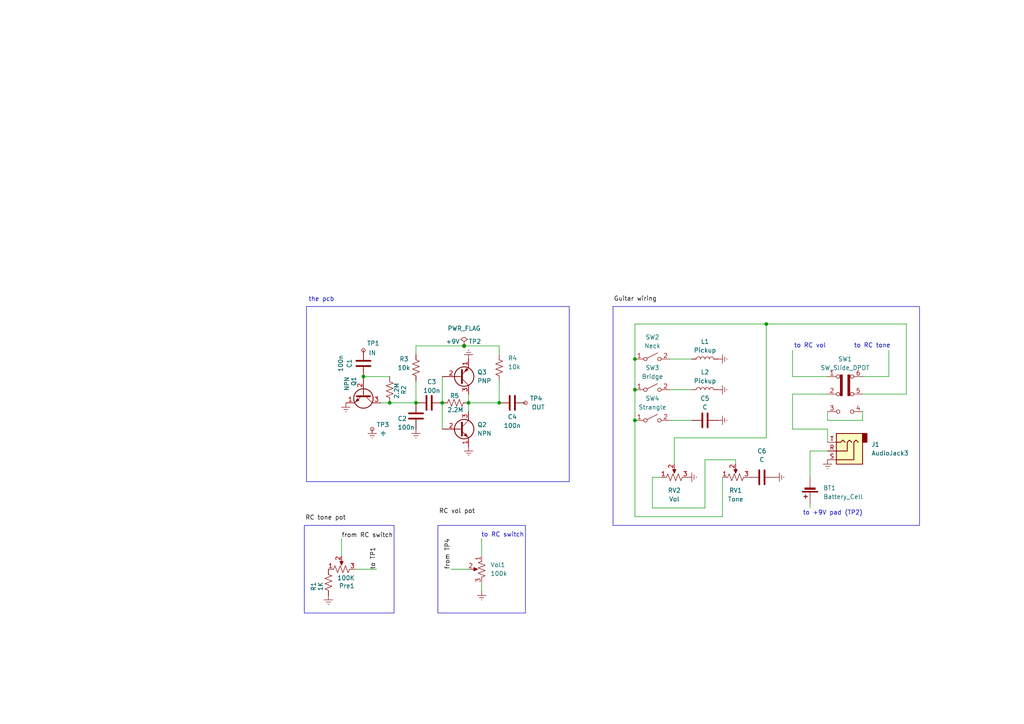
<source format=kicad_sch>
(kicad_sch (version 20231120) (generator "eeschema") (generator_version "8.0")
  (paper "A4")
  (title_block (title "devi ever hyperion on a very small pcb") (comment 1 "npn: mpsa18 pnp: 2n5087") (comment 2 "what if the hyperion was small enough to fit between the pots of a fender rhythm circuit 🥺👉👈"))
  (lib_symbols
    (symbol "Connector:TestPoint_Small" (pin_numbers hide) (pin_names (offset 0.762) hide)
      (property "Reference" "TP" (at 0 3.81 0))
      (property "Value" "TestPoint_Small" (at 0 2.032 0))
      (symbol "TestPoint_Small_0_1"
        (circle (center 0 0) (radius 0.508))
      )
      (symbol "TestPoint_Small_1_1"
        (pin passive line (at 0 0 90) (length 0) (name "1") (number "1"))
      )
    )
    (symbol "Connector_Audio:AudioJack3"
      (property "Reference" "J" (at 0 8.89 0))
      (property "Value" "AudioJack3" (at 0 6.35 0))
      (symbol "AudioJack3_0_1"
        (rectangle (start -5.08 -5.08) (end -6.35 -2.54) (stroke (width 0.254)) (fill (type outline)))
        (polyline (pts (xy 0 -2.54) (xy 0.635 -3.175) (xy 1.27 -2.54) (xy 2.54 -2.54)) (stroke (width 0.254)))
        (polyline (pts (xy -1.905 -2.54) (xy -1.27 -3.175) (xy -0.635 -2.54) (xy -0.635 0) (xy 2.54 0)) (stroke (width 0.254)))
        (polyline (pts (xy 2.54 2.54) (xy -2.54 2.54) (xy -2.54 -2.54) (xy -3.175 -3.175) (xy -3.81 -2.54)) (stroke (width 0.254)))
        (rectangle (start 2.54 3.81) (end -5.08 -5.08) (stroke (width 0.254)) (fill (type background)))
      )
      (symbol "AudioJack3_1_1"
        (pin passive line (at 5.08 0 180) (length 2.54) (name "~") (number "R"))
        (pin passive line (at 5.08 2.54 180) (length 2.54) (name "~") (number "S"))
        (pin passive line (at 5.08 -2.54 180) (length 2.54) (name "~") (number "T"))
      )
    )
    (symbol "Device:Battery_Cell" (pin_numbers hide) (pin_names (offset 0) hide)
      (property "Reference" "BT" (at 2.54 2.54 0))
      (property "Value" "Battery_Cell" (at 2.54 0 0))
      (symbol "Battery_Cell_0_1"
        (rectangle (start -2.286 1.778) (end 2.286 1.524) (fill (type outline)))
        (rectangle (start -1.524 1.016) (end 1.524 0.508) (fill (type outline)))
        (polyline (pts (xy 0 0.762) (xy 0 0)))
        (polyline (pts (xy 0 1.778) (xy 0 2.54)))
        (polyline (pts (xy 0.762 3.048) (xy 1.778 3.048)) (stroke (width 0.254)))
        (polyline (pts (xy 1.27 3.556) (xy 1.27 2.54)) (stroke (width 0.254)))
      )
      (symbol "Battery_Cell_1_1"
        (pin passive line (at 0 5.08 270) (length 2.54) (name "+") (number "1"))
        (pin passive line (at 0 -2.54 90) (length 2.54) (name "-") (number "2"))
      )
    )
    (symbol "Device:C" (pin_numbers hide) (pin_names (offset 0.254))
      (property "Reference" "C" (at 0.635 2.54 0))
      (property "Value" "C" (at 0.635 -2.54 0))
      (symbol "C_0_1"
        (polyline (pts (xy -2.032 -0.762) (xy 2.032 -0.762)) (stroke (width 0.508)))
        (polyline (pts (xy -2.032 0.762) (xy 2.032 0.762)) (stroke (width 0.508)))
      )
      (symbol "C_1_1"
        (pin passive line (at 0 3.81 270) (length 2.794) (name "~") (number "1"))
        (pin passive line (at 0 -3.81 90) (length 2.794) (name "~") (number "2"))
      )
    )
    (symbol "Device:L" (pin_numbers hide) (pin_names (offset 1.016) hide)
      (property "Reference" "L" (at -1.27 0 90))
      (property "Value" "L" (at 1.905 0 90))
      (symbol "L_0_1"
        (arc (start 0 -2.54) (mid 0.6323 -1.905) (end 0 -1.27))
        (arc (start 0 -1.27) (mid 0.6323 -0.635) (end 0 0))
        (arc (start 0 0) (mid 0.6323 0.635) (end 0 1.27))
        (arc (start 0 1.27) (mid 0.6323 1.905) (end 0 2.54))
      )
      (symbol "L_1_1"
        (pin passive line (at 0 3.81 270) (length 1.27) (name "1") (number "1"))
        (pin passive line (at 0 -3.81 90) (length 1.27) (name "2") (number "2"))
      )
    )
    (symbol "Device:R_Potentiometer_US" (pin_names (offset 1.016) hide)
      (property "Reference" "RV" (at -4.445 0 90))
      (property "Value" "R_Potentiometer_US" (at -2.54 0 90))
      (symbol "R_Potentiometer_US_0_1"
        (polyline (pts (xy 0 -2.286) (xy 0 -2.54)))
        (polyline (pts (xy 0 2.54) (xy 0 2.286)))
        (polyline (pts (xy 2.54 0) (xy 1.524 0)))
        (polyline (pts (xy 1.143 0) (xy 2.286 0.508) (xy 2.286 -0.508) (xy 1.143 0)) (fill (type outline)))
        (polyline (pts (xy 0 -0.762) (xy 1.016 -1.143) (xy 0 -1.524) (xy -1.016 -1.905) (xy 0 -2.286)))
        (polyline (pts (xy 0 0.762) (xy 1.016 0.381) (xy 0 0) (xy -1.016 -0.381) (xy 0 -0.762)))
        (polyline (pts (xy 0 2.286) (xy 1.016 1.905) (xy 0 1.524) (xy -1.016 1.143) (xy 0 0.762)))
      )
      (symbol "R_Potentiometer_US_1_1"
        (pin passive line (at 0 3.81 270) (length 1.27) (name "1") (number "1"))
        (pin passive line (at 3.81 0 180) (length 1.27) (name "2") (number "2"))
        (pin passive line (at 0 -3.81 90) (length 1.27) (name "3") (number "3"))
      )
    )
    (symbol "Device:R_US" (pin_numbers hide) (pin_names (offset 0))
      (property "Reference" "R" (at 2.54 0 90))
      (property "Value" "R_US" (at -2.54 0 90))
      (symbol "R_US_0_1"
        (polyline (pts (xy 0 -2.286) (xy 0 -2.54)))
        (polyline (pts (xy 0 2.286) (xy 0 2.54)))
        (polyline (pts (xy 0 -0.762) (xy 1.016 -1.143) (xy 0 -1.524) (xy -1.016 -1.905) (xy 0 -2.286)))
        (polyline (pts (xy 0 0.762) (xy 1.016 0.381) (xy 0 0) (xy -1.016 -0.381) (xy 0 -0.762)))
        (polyline (pts (xy 0 2.286) (xy 1.016 1.905) (xy 0 1.524) (xy -1.016 1.143) (xy 0 0.762)))
      )
      (symbol "R_US_1_1"
        (pin passive line (at 0 3.81 270) (length 1.27) (name "~") (number "1"))
        (pin passive line (at 0 -3.81 90) (length 1.27) (name "~") (number "2"))
      )
    )
    (symbol "Switch:SW_SPST" (pin_names (offset 0) hide)
      (property "Reference" "SW" (at 0 3.175 0))
      (property "Value" "SW_SPST" (at 0 -2.54 0))
      (symbol "SW_SPST_0_0"
        (circle (center -2.032 0) (radius 0.508))
        (polyline (pts (xy -1.524 0.254) (xy 1.524 1.778)))
        (circle (center 2.032 0) (radius 0.508))
      )
      (symbol "SW_SPST_1_1"
        (pin passive line (at -5.08 0 0) (length 2.54) (name "A") (number "1"))
        (pin passive line (at 5.08 0 180) (length 2.54) (name "B") (number "2"))
      )
    )
    (symbol "Switch:SW_Slide_DPDT" (pin_names (offset 0) hide)
      (property "Reference" "SW" (at 0 6.858 0))
      (property "Value" "SW_Slide_DPDT" (at 0 -8.128 0))
      (symbol "SW_Slide_DPDT_0_0"
        (circle (center -2.032 -5.08) (radius 0.508))
        (circle (center -2.032 5.08) (radius 0.508))
        (circle (center 2.032 -5.08) (radius 0.508))
        (circle (center 2.032 0) (radius 0.508))
      )
      (symbol "SW_Slide_DPDT_0_1"
        (circle (center -2.032 0) (radius 0.508))
        (circle (center 2.032 5.08) (radius 0.508))
      )
      (symbol "SW_Slide_DPDT_1_1"
        (rectangle (start -1.397 5.588) (end -0.762 -0.508) (fill (type outline)))
        (rectangle (start 0.762 5.588) (end 1.397 -0.508) (fill (type outline)))
        (pin passive line (at -5.08 5.08 0) (length 2.54) (name "A") (number "1"))
        (pin passive line (at -5.08 0 0) (length 2.54) (name "B") (number "2"))
        (pin passive line (at -5.08 -5.08 0) (length 2.54) (name "C") (number "3"))
        (pin passive line (at 5.08 -5.08 180) (length 2.54) (name "A") (number "4"))
        (pin passive line (at 5.08 0 180) (length 2.54) (name "B") (number "5"))
        (pin passive line (at 5.08 5.08 180) (length 2.54) (name "C") (number "6"))
      )
    )
    (symbol "Transistor_BJT:MPSA42" (pin_names (offset 1.016) hide)
      (property "Reference" "Q" (at 5.08 1.905 0))
      (property "Value" "MPSA42" (at 5.08 0 0))
      (symbol "MPSA42_0_1"
        (polyline (pts (xy 0 0) (xy 0.635 0)))
        (polyline (pts (xy 0.635 0.635) (xy 2.54 2.54)))
        (polyline (pts (xy 0.635 -0.635) (xy 2.54 -2.54) (xy 2.54 -2.54)))
        (polyline (pts (xy 0.635 1.905) (xy 0.635 -1.905) (xy 0.635 -1.905)) (stroke (width 0.508)))
        (polyline (pts (xy 1.27 -1.778) (xy 1.778 -1.27) (xy 2.286 -2.286) (xy 1.27 -1.778) (xy 1.27 -1.778)) (fill (type outline)))
        (circle (center 1.27 0) (radius 2.8194) (stroke (width 0.254)))
      )
      (symbol "MPSA42_1_1"
        (pin passive line (at 2.54 -5.08 90) (length 2.54) (name "E") (number "1"))
        (pin input line (at -5.08 0 0) (length 5.08) (name "B") (number "2"))
        (pin passive line (at 2.54 5.08 270) (length 2.54) (name "C") (number "3"))
      )
    )
    (symbol "Transistor_BJT:MPSA92" (pin_names (offset 1.016) hide)
      (property "Reference" "Q" (at 5.08 1.905 0))
      (property "Value" "MPSA92" (at 5.08 0 0))
      (symbol "MPSA92_0_1"
        (polyline (pts (xy 0 0) (xy 0.635 0)))
        (polyline (pts (xy 2.54 -2.54) (xy 0.635 -0.635)))
        (polyline (pts (xy 2.54 2.54) (xy 0.635 0.635)))
        (polyline (pts (xy 0.635 1.905) (xy 0.635 -1.905) (xy 0.635 -1.905)) (stroke (width 0.508)) (fill (type outline)))
        (polyline (pts (xy 1.905 -2.413) (xy 2.413 -1.905) (xy 1.397 -1.397) (xy 1.905 -2.413) (xy 1.905 -2.413)) (fill (type outline)))
        (circle (center 1.27 0) (radius 2.8194) (stroke (width 0.254)))
      )
      (symbol "MPSA92_1_1"
        (pin passive line (at 2.54 -5.08 90) (length 2.54) (name "E") (number "1"))
        (pin input line (at -5.08 0 0) (length 5.08) (name "B") (number "2"))
        (pin passive line (at 2.54 5.08 270) (length 2.54) (name "C") (number "3"))
      )
    )
    (symbol "power:Earth" (power) (pin_numbers hide) (pin_names (offset 0) hide)
      (property "Value" "Earth" (at 0 -3.81 0))
      (symbol "Earth_0_1"
        (polyline (pts (xy -0.635 -1.905) (xy 0.635 -1.905)))
        (polyline (pts (xy -0.127 -2.54) (xy 0.127 -2.54)))
        (polyline (pts (xy 0 -1.27) (xy 0 0)))
        (polyline (pts (xy 1.27 -1.27) (xy -1.27 -1.27)))
      )
      (symbol "Earth_1_1"
        (pin power_in line (at 0 0 270) (length 0) (name "~") (number "1"))
      )
    )
    (symbol "power:PWR_FLAG" (power) (pin_numbers hide) (pin_names (offset 0) hide)
      (property "Value" "PWR_FLAG" (at 0 3.81 0))
      (symbol "PWR_FLAG_0_0"
        (pin power_out line (at 0 0 90) (length 0) (name "~") (number "1"))
      )
      (symbol "PWR_FLAG_0_1"
        (polyline (pts (xy 0 0) (xy 0 1.27) (xy -1.016 1.905) (xy 0 2.54) (xy 1.016 1.905) (xy 0 1.27)))
      )
    )
  )
  (junction (at 105.41 109.22))
  (junction (at 144.78 116.84))
  (junction (at 222.25 93.98))
  (junction (at 184.15 121.92))
  (junction (at 120.65 116.84))
  (junction (at 184.15 113.03))
  (junction (at 135.89 116.84))
  (junction (at 128.27 116.84))
  (junction (at 184.15 104.14))
  (junction (at 134.62 100.33))
  (junction (at 113.03 116.84))
  (wire (pts (xy 222.25 93.98) (xy 184.15 93.98)))
  (wire (pts (xy 229.87 124.46) (xy 229.87 114.3)))
  (wire (pts (xy 234.95 146.05) (xy 234.95 147.32)))
  (wire (pts (xy 144.78 100.33) (xy 144.78 102.87)))
  (wire (pts (xy 139.7 168.91) (xy 139.7 171.45)))
  (wire (pts (xy 229.87 114.3) (xy 240.03 114.3)))
  (wire (pts (xy 195.58 127) (xy 222.25 127)))
  (wire (pts (xy 209.55 149.86) (xy 184.15 149.86)))
  (wire (pts (xy 128.27 124.46) (xy 128.27 116.84)))
  (wire (pts (xy 262.89 114.3) (xy 262.89 93.98)))
  (wire (pts (xy 234.95 138.43) (xy 234.95 130.81)))
  (wire (pts (xy 240.03 124.46) (xy 240.03 128.27)))
  (wire (pts (xy 105.41 109.22) (xy 113.03 109.22)))
  (wire (pts (xy 240.03 109.22) (xy 229.87 109.22)))
  (wire (pts (xy 213.36 133.35) (xy 213.36 134.62)))
  (wire (pts (xy 113.03 116.84) (xy 120.65 116.84)))
  (wire (pts (xy 250.19 114.3) (xy 262.89 114.3)))
  (wire (pts (xy 200.66 113.03) (xy 194.31 113.03)))
  (wire (pts (xy 144.78 100.33) (xy 134.62 100.33)))
  (wire (pts (xy 257.81 101.6) (xy 257.81 109.22)))
  (wire (pts (xy 200.66 104.14) (xy 194.31 104.14)))
  (wire (pts (xy 139.7 156.21) (xy 139.7 161.29)))
  (wire (pts (xy 120.65 100.33) (xy 120.65 102.87)))
  (wire (pts (xy 234.95 130.81) (xy 240.03 130.81)))
  (wire (pts (xy 134.62 100.33) (xy 120.65 100.33)))
  (wire (pts (xy 240.03 119.38) (xy 240.03 121.92)))
  (wire (pts (xy 128.27 116.84) (xy 128.27 109.22)))
  (wire (pts (xy 110.49 116.84) (xy 113.03 116.84)))
  (wire (pts (xy 135.89 119.38) (xy 135.89 116.84)))
  (wire (pts (xy 109.22 165.1) (xy 102.87 165.1)))
  (wire (pts (xy 135.89 116.84) (xy 144.78 116.84)))
  (wire (pts (xy 99.06 156.21) (xy 99.06 161.29)))
  (wire (pts (xy 250.19 121.92) (xy 240.03 121.92)))
  (wire (pts (xy 262.89 93.98) (xy 222.25 93.98)))
  (wire (pts (xy 250.19 109.22) (xy 257.81 109.22)))
  (wire (pts (xy 195.58 134.62) (xy 195.58 127)))
  (wire (pts (xy 184.15 104.14) (xy 184.15 113.03)))
  (wire (pts (xy 204.47 147.32) (xy 204.47 133.35)))
  (wire (pts (xy 209.55 149.86) (xy 209.55 138.43)))
  (wire (pts (xy 184.15 93.98) (xy 184.15 104.14)))
  (wire (pts (xy 191.77 138.43) (xy 189.23 138.43)))
  (wire (pts (xy 189.23 138.43) (xy 189.23 147.32)))
  (wire (pts (xy 135.89 114.3) (xy 135.89 116.84)))
  (wire (pts (xy 130.81 165.1) (xy 135.89 165.1)))
  (wire (pts (xy 120.65 110.49) (xy 120.65 116.84)))
  (wire (pts (xy 184.15 113.03) (xy 184.15 121.92)))
  (wire (pts (xy 250.19 119.38) (xy 250.19 121.92)))
  (wire (pts (xy 144.78 110.49) (xy 144.78 116.84)))
  (wire (pts (xy 189.23 147.32) (xy 204.47 147.32)))
  (wire (pts (xy 229.87 124.46) (xy 240.03 124.46)))
  (wire (pts (xy 200.66 121.92) (xy 194.31 121.92)))
  (wire (pts (xy 222.25 93.98) (xy 222.25 127)))
  (wire (pts (xy 204.47 133.35) (xy 213.36 133.35)))
  (wire (pts (xy 229.87 101.6) (xy 229.87 109.22)))
  (wire (pts (xy 184.15 149.86) (xy 184.15 121.92)))
  (rectangle (start 127 152.4) (end 152.4 177.8))
  (rectangle (start 88.265 152.4) (end 114.3 177.8))
  (rectangle (start 177.8 88.9) (end 266.7 152.4))
  (rectangle (start 88.9 88.9) (end 165.1 139.7))
  (text "to RC vol" (at 234.95 100.33 0) (effects (font (size 1.27 1.27))))
  (text "to +9V pad (TP2)" (at 241.554 148.844 0) (effects (font (size 1.27 1.27))))
  (text "to RC switch" (at 145.796 155.194 0) (effects (font (size 1.27 1.27))))
  (text "the pcb" (at 93.218 86.868 0) (effects (font (size 1.27 1.27))))
  (text "to RC tone\n" (at 252.984 100.33 0) (effects (font (size 1.27 1.27))))
  (label "RC tone pot" (at 100.33 151.13 180))
  (label "to TP1" (at 109.22 165.1 90))
  (label "from TP4" (at 130.81 165.1 90))
  (label "RC vol pot" (at 137.795 149.225 180))
  (label "from RC switch" (at 99.06 156.21 0))
  (label "Guitar wiring" (at 190.5 87.63 180))
  (symbol (lib_id "power:Earth") (at 139.7 171.45 0) (unit 1)
    (property "Reference" "#PWR02" (effects (hide yes)))
    (property "Value" "Earth" (effects (hide yes)))
    (property "Description" "Power symbol creates a global label with name \"Earth\"" (effects (hide yes)))
  )
  (symbol (lib_id "Device:C") (at 204.47 121.92 90) (unit 1) (in_bom no) (on_board no)
    (property "Reference" "C5" (at 204.47 115.57 90))
    (property "Value" "C" (at 204.47 118.11 90))
    (property "Description" "Unpolarized capacitor" (effects (hide yes)))
  )
  (symbol (lib_id "power:Earth") (at 120.65 124.46 0) (unit 1)
    (property "Reference" "#PWR09" (effects (hide yes)))
    (property "Value" "Earth" (effects (hide yes)))
    (property "Description" "Power symbol creates a global label with name \"Earth\"" (effects (hide yes)))
  )
  (symbol (lib_id "Device:R_Potentiometer_US") (at 139.7 165.1 0) (mirror y) (unit 1) (on_board no)
    (property "Reference" "Vol1" (at 142.24 163.8299 0) (effects (justify right)))
    (property "Value" "100k" (at 142.24 166.3699 0) (effects (justify right)))
    (property "Description" "Potentiometer, US symbol" (effects (hide yes)))
  )
  (symbol (lib_id "Device:R_US") (at 95.25 168.91 0) (unit 1) (on_board no)
    (property "Reference" "R1" (at 90.932 171.45 90) (effects (justify left)))
    (property "Value" "1K" (at 92.964 171.45 90) (effects (justify left)))
    (property "Footprint" "Resistor_SMD:R_1210_3225Metric_Pad1.30x2.65mm_HandSolder" (effects (hide yes)))
    (property "Description" "Resistor, US symbol" (effects (hide yes)))
  )
  (symbol (lib_id "power:Earth") (at 208.28 121.92 90) (unit 1)
    (property "Reference" "#PWR07" (effects (hide yes)))
    (property "Value" "Earth" (effects (hide yes)))
    (property "Description" "Power symbol creates a global label with name \"Earth\"" (effects (hide yes)))
  )
  (symbol (lib_id "Device:Battery_Cell") (at 234.95 140.97 180) (unit 1) (in_bom no) (on_board no)
    (property "Reference" "BT1" (at 238.76 141.5414 0) (effects (justify right)))
    (property "Value" "Battery_Cell" (at 238.76 144.0814 0) (effects (justify right)))
    (property "Description" "Single-cell battery" (effects (hide yes)))
  )
  (symbol (lib_id "Device:R_US") (at 120.65 106.68 180) (unit 1)
    (property "Reference" "R3" (at 115.824 104.14 0) (effects (justify right)))
    (property "Value" "10k" (at 115.316 106.68 0) (effects (justify right)))
    (property "Footprint" "Resistor_SMD:R_1206_3216Metric_Pad1.30x1.75mm_HandSolder" (effects (hide yes)))
    (property "Description" "Resistor, US symbol" (effects (hide yes)))
  )
  (symbol (lib_id "power:Earth") (at 199.39 138.43 90) (unit 1)
    (property "Reference" "#PWR05" (effects (hide yes)))
    (property "Value" "Earth" (effects (hide yes)))
    (property "Description" "Power symbol creates a global label with name \"Earth\"" (effects (hide yes)))
  )
  (symbol (lib_id "power:Earth") (at 135.89 129.54 0) (unit 1)
    (property "Reference" "#PWR011" (effects (hide yes)))
    (property "Value" "Earth" (effects (hide yes)))
    (property "Description" "Power symbol creates a global label with name \"Earth\"" (effects (hide yes)))
  )
  (symbol (lib_id "Device:C") (at 105.41 105.41 0) (unit 1)
    (property "Reference" "C1" (at 101.346 105.41 90))
    (property "Value" "100n" (at 98.806 105.41 90))
    (property "Footprint" "Capacitor_SMD:C_1206_3216Metric_Pad1.33x1.80mm_HandSolder" (effects (hide yes)))
    (property "Description" "Unpolarized capacitor" (effects (hide yes)))
  )
  (symbol (lib_id "Device:R_US") (at 144.78 106.68 180) (unit 1)
    (property "Reference" "R4" (at 147.32 103.886 0) (effects (justify right)))
    (property "Value" "10k" (at 147.32 106.426 0) (effects (justify right)))
    (property "Footprint" "Resistor_SMD:R_1206_3216Metric_Pad1.30x1.75mm_HandSolder" (effects (hide yes)))
    (property "Description" "Resistor, US symbol" (effects (hide yes)))
  )
  (symbol (lib_id "Connector:TestPoint_Small") (at 134.62 100.33 0) (unit 1)
    (property "Reference" "TP2" (at 135.89 99.0599 0) (effects (justify left)))
    (property "Value" "+9V" (at 129.286 99.06 0) (effects (justify left)))
    (property "Footprint" "TestPoint:TestPoint_THTPad_D2.5mm_Drill1.2mm" (effects (hide yes)))
    (property "Description" "test point" (effects (hide yes)))
  )
  (symbol (lib_id "power:Earth") (at 224.79 138.43 90) (unit 1)
    (property "Reference" "#PWR04" (effects (hide yes)))
    (property "Value" "Earth" (effects (hide yes)))
    (property "Description" "Power symbol creates a global label with name \"Earth\"" (effects (hide yes)))
  )
  (symbol (lib_id "Device:R_US") (at 132.08 116.84 270) (unit 1)
    (property "Reference" "R5" (at 131.826 114.808 90))
    (property "Value" "2.2M" (at 132.08 118.872 90))
    (property "Footprint" "Resistor_SMD:R_1206_3216Metric_Pad1.30x1.75mm_HandSolder" (effects (hide yes)))
    (property "Description" "Resistor, US symbol" (effects (hide yes)))
  )
  (symbol (lib_id "Device:R_US") (at 113.03 113.03 180) (unit 1)
    (property "Reference" "R2" (at 117.094 111.76 90) (effects (justify left)))
    (property "Value" "2.2M" (at 115.062 110.998 90) (effects (justify left)))
    (property "Footprint" "Resistor_SMD:R_1206_3216Metric_Pad1.30x1.75mm_HandSolder" (effects (hide yes)))
    (property "Description" "Resistor, US symbol" (effects (hide yes)))
  )
  (symbol (lib_id "Transistor_BJT:MPSA42") (at 133.35 124.46 0) (unit 1)
    (property "Reference" "Q2" (at 138.43 123.1899 0) (effects (justify left)))
    (property "Value" "NPN" (at 138.43 125.7299 0) (effects (justify left)))
    (property "Footprint" "Package_TO_SOT_THT:TO-92_Inline_Wide" (effects (hide yes)))
    (property "Datasheet" "http://www.onsemi.com/pub_link/Collateral/MPSA42-D.PDF" (effects (hide yes)))
    (property "Description" "0.5A Ic, 300V Vce, NPN High Voltage Transistor, TO-92" (effects (hide yes)))
  )
  (symbol (lib_id "power:Earth") (at 208.28 104.14 90) (unit 1)
    (property "Reference" "#PWR013" (effects (hide yes)))
    (property "Value" "Earth" (effects (hide yes)))
    (property "Description" "Power symbol creates a global label with name \"Earth\"" (effects (hide yes)))
  )
  (symbol (lib_id "Device:R_Potentiometer_US") (at 99.06 165.1 90) (unit 1) (on_board no)
    (property "Reference" "Pre1" (at 98.298 169.926 90) (effects (justify right)))
    (property "Value" "100K" (at 97.7901 167.64 90) (effects (justify right)))
    (property "Description" "Potentiometer, US symbol" (effects (hide yes)))
  )
  (symbol (lib_id "power:Earth") (at 107.95 124.46 0) (unit 1)
    (property "Reference" "#PWR08" (effects (hide yes)))
    (property "Value" "Earth" (effects (hide yes)))
    (property "Description" "Power symbol creates a global label with name \"Earth\"" (effects (hide yes)))
  )
  (symbol (lib_id "power:PWR_FLAG") (at 134.62 100.33 0) (unit 1)
    (property "Reference" "#FLG01" (effects (hide yes)))
    (property "Value" "PWR_FLAG" (at 134.62 95.25 0))
    (property "Description" "Special symbol for telling ERC where power comes from" (effects (hide yes)))
  )
  (symbol (lib_id "Transistor_BJT:MPSA42") (at 105.41 114.3 270) (unit 1)
    (property "Reference" "Q1" (at 102.616 109.22 0) (effects (justify left)))
    (property "Value" "NPN" (at 100.584 109.22 0) (effects (justify left)))
    (property "Footprint" "Package_TO_SOT_THT:TO-92_Inline_Wide" (effects (hide yes)))
    (property "Datasheet" "http://www.onsemi.com/pub_link/Collateral/MPSA42-D.PDF" (effects (hide yes)))
    (property "Description" "0.5A Ic, 300V Vce, NPN High Voltage Transistor, TO-92" (effects (hide yes)))
  )
  (symbol (lib_id "Connector:TestPoint_Small") (at 107.95 124.46 0) (unit 1)
    (property "Reference" "TP3" (at 109.22 123.1899 0) (effects (justify left)))
    (property "Value" "⏚" (at 110.236 125.73 0) (effects (justify left)))
    (property "Footprint" "TestPoint:TestPoint_THTPad_2.5x2.5mm_Drill1.2mm" (effects (hide yes)))
    (property "Description" "test point" (effects (hide yes)))
  )
  (symbol (lib_id "Connector:TestPoint_Small") (at 152.4 116.84 0) (unit 1)
    (property "Reference" "TP4" (at 153.67 115.5699 0) (effects (justify left)))
    (property "Value" "OUT" (at 154.178 118.11 0) (effects (justify left)))
    (property "Footprint" "TestPoint:TestPoint_THTPad_D2.5mm_Drill1.2mm" (effects (hide yes)))
    (property "Description" "test point" (effects (hide yes)))
  )
  (symbol (lib_id "Device:L") (at 204.47 104.14 90) (unit 1) (in_bom no) (on_board no)
    (property "Reference" "L1" (at 204.47 99.06 90))
    (property "Value" "Pickup" (at 204.47 101.6 90))
    (property "Description" "Inductor" (effects (hide yes)))
  )
  (symbol (lib_id "power:Earth") (at 208.28 113.03 90) (unit 1)
    (property "Reference" "#PWR012" (effects (hide yes)))
    (property "Value" "Earth" (effects (hide yes)))
    (property "Description" "Power symbol creates a global label with name \"Earth\"" (effects (hide yes)))
  )
  (symbol (lib_id "Connector_Audio:AudioJack3") (at 245.11 130.81 180) (unit 1) (in_bom no) (on_board no)
    (property "Reference" "J1" (at 252.73 128.9049 0) (effects (justify right)))
    (property "Value" "AudioJack3" (at 252.73 131.4449 0) (effects (justify right)))
    (property "Description" "Audio Jack, 3 Poles (Stereo / TRS)" (effects (hide yes)))
  )
  (symbol (lib_id "power:Earth") (at 240.03 133.35 0) (unit 1)
    (property "Reference" "#PWR03" (effects (hide yes)))
    (property "Value" "Earth" (effects (hide yes)))
    (property "Description" "Power symbol creates a global label with name \"Earth\"" (effects (hide yes)))
  )
  (symbol (lib_id "Device:R_Potentiometer_US") (at 195.58 138.43 90) (unit 1) (in_bom no) (on_board no)
    (property "Reference" "RV2" (at 195.58 142.24 90))
    (property "Value" "Vol" (at 195.58 144.78 90))
    (property "Description" "Potentiometer, US symbol" (effects (hide yes)))
  )
  (symbol (lib_id "Device:R_Potentiometer_US") (at 213.36 138.43 90) (unit 1) (in_bom no) (on_board no)
    (property "Reference" "RV1" (at 213.36 142.24 90))
    (property "Value" "Tone" (at 213.36 144.78 90))
    (property "Description" "Potentiometer, US symbol" (effects (hide yes)))
  )
  (symbol (lib_id "Switch:SW_SPST") (at 189.23 121.92 0) (unit 1) (in_bom no) (on_board no)
    (property "Reference" "SW4" (at 189.23 115.57 0))
    (property "Value" "Strangle" (at 189.23 118.11 0))
    (property "Description" "Single Pole Single Throw (SPST) switch" (effects (hide yes)))
  )
  (symbol (lib_id "power:Earth") (at 100.33 116.84 0) (unit 1)
    (property "Reference" "#PWR010" (effects (hide yes)))
    (property "Value" "Earth" (effects (hide yes)))
    (property "Description" "Power symbol creates a global label with name \"Earth\"" (effects (hide yes)))
  )
  (symbol (lib_id "Switch:SW_SPST") (at 189.23 113.03 0) (unit 1) (in_bom no) (on_board no)
    (property "Reference" "SW3" (at 189.23 106.68 0))
    (property "Value" "Bridge" (at 189.23 109.22 0))
    (property "Description" "Single Pole Single Throw (SPST) switch" (effects (hide yes)))
  )
  (symbol (lib_id "Transistor_BJT:MPSA92") (at 133.35 109.22 0) (mirror x) (unit 1)
    (property "Reference" "Q3" (at 138.43 107.9499 0) (effects (justify left)))
    (property "Value" "PNP" (at 138.43 110.4899 0) (effects (justify left)))
    (property "Footprint" "Package_TO_SOT_THT:TO-92_Inline_Wide" (effects (hide yes)))
    (property "Datasheet" "http://www.onsemi.com/pub_link/Collateral/MPSA92-D.PDF" (effects (hide yes)))
    (property "Description" "0.5A Ic, 300V Vce, PNP High Voltage Transistor, TO-92" (effects (hide yes)))
  )
  (symbol (lib_id "Device:C") (at 220.98 138.43 90) (unit 1) (in_bom no) (on_board no)
    (property "Reference" "C6" (at 220.98 130.81 90))
    (property "Value" "C" (at 220.98 133.35 90))
    (property "Description" "Unpolarized capacitor" (effects (hide yes)))
  )
  (symbol (lib_id "Switch:SW_SPST") (at 189.23 104.14 0) (unit 1) (in_bom no) (on_board no)
    (property "Reference" "SW2" (at 189.23 97.79 0))
    (property "Value" "Neck" (at 189.23 100.33 0))
    (property "Description" "Single Pole Single Throw (SPST) switch" (effects (hide yes)))
  )
  (symbol (lib_id "power:Earth") (at 95.25 172.72 0) (unit 1)
    (property "Reference" "#PWR01" (effects (hide yes)))
    (property "Value" "Earth" (effects (hide yes)))
    (property "Description" "Power symbol creates a global label with name \"Earth\"" (effects (hide yes)))
  )
  (symbol (lib_id "Device:C") (at 120.65 120.65 0) (unit 1)
    (property "Reference" "C2" (at 115.316 121.412 0) (effects (justify left)))
    (property "Value" "100n" (at 115.316 123.952 0) (effects (justify left)))
    (property "Footprint" "Capacitor_SMD:C_1206_3216Metric_Pad1.33x1.80mm_HandSolder" (effects (hide yes)))
    (property "Description" "Unpolarized capacitor" (effects (hide yes)))
  )
  (symbol (lib_id "power:Earth") (at 135.89 104.14 180) (unit 1)
    (property "Reference" "#PWR06" (effects (hide yes)))
    (property "Value" "Earth" (effects (hide yes)))
    (property "Description" "Power symbol creates a global label with name \"Earth\"" (effects (hide yes)))
  )
  (symbol (lib_id "Device:L") (at 204.47 113.03 90) (unit 1) (in_bom no) (on_board no)
    (property "Reference" "L2" (at 204.47 107.95 90))
    (property "Value" "Pickup" (at 204.47 110.49 90))
    (property "Description" "Inductor" (effects (hide yes)))
  )
  (symbol (lib_id "Device:C") (at 124.46 116.84 90) (unit 1)
    (property "Reference" "C3" (at 125.222 110.744 90))
    (property "Value" "100n" (at 125.222 113.284 90))
    (property "Footprint" "Capacitor_SMD:C_1206_3216Metric_Pad1.33x1.80mm_HandSolder" (effects (hide yes)))
    (property "Description" "Unpolarized capacitor" (effects (hide yes)))
  )
  (symbol (lib_id "Connector:TestPoint_Small") (at 105.41 101.6 0) (unit 1)
    (property "Reference" "TP1" (at 106.426 99.568 0) (effects (justify left)))
    (property "Value" "IN" (at 106.934 102.362 0) (effects (justify left)))
    (property "Footprint" "TestPoint:TestPoint_THTPad_D2.5mm_Drill1.2mm" (effects (hide yes)))
    (property "Description" "test point" (effects (hide yes)))
  )
  (symbol (lib_id "Device:C") (at 148.59 116.84 90) (unit 1)
    (property "Reference" "C4" (at 148.59 120.904 90))
    (property "Value" "100n" (at 148.59 123.444 90))
    (property "Footprint" "Capacitor_SMD:C_1206_3216Metric_Pad1.33x1.80mm_HandSolder" (effects (hide yes)))
    (property "Description" "Unpolarized capacitor" (effects (hide yes)))
  )
  (symbol (lib_id "Switch:SW_Slide_DPDT") (at 245.11 114.3 0) (unit 1) (in_bom no) (on_board no)
    (property "Reference" "SW1" (at 245.11 104.14 0))
    (property "Value" "SW_Slide_DPDT" (at 245.11 106.68 0))
    (property "Description" "Slide Switch, dual pole double throw" (effects (hide yes)))
  )
)
</source>
